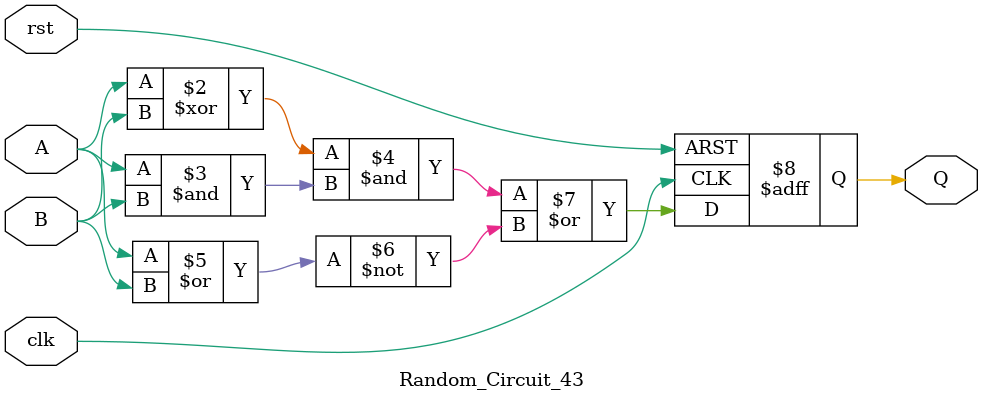
<source format=v>
module Random_Circuit_43 (
    input A, B, clk, rst,
    output reg Q
);
    always @(posedge clk or posedge rst) begin
        if (rst)
            Q <= 0;
        else
            Q <= (A ^ B) & (A & B) | ~(A | B);  // XOR, AND, NOR logic
    end
endmodule

</source>
